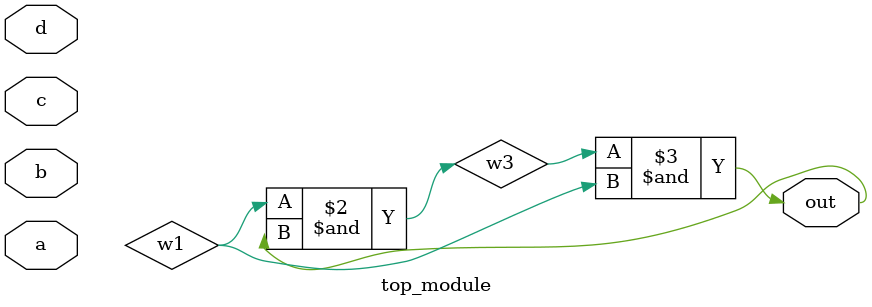
<source format=sv>
module top_module (
	input a, 
	input b,
	input c,
	input d,
	output out
);

// Implement the circuit using logic gates

wire w1 , w2 , w3;
not U1 ( .a(c) , .out(w1) );
not U2 ( .a(d) , .out(w2) );
and U3 ( .a(a) , .b(w2) , .out(w3) );
and U4 ( .a(w3) , .b(w1) , .out(out) );
assign out = w3 & w1;
endmodule

</source>
